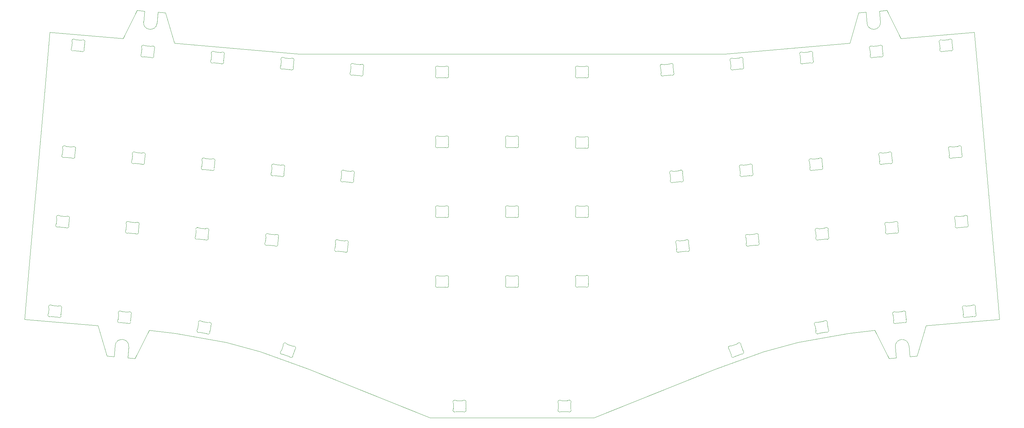
<source format=gbr>
%TF.GenerationSoftware,KiCad,Pcbnew,7.0.9*%
%TF.CreationDate,2024-01-06T21:29:47+01:00*%
%TF.ProjectId,rp2040_base,72703230-3430-45f6-9261-73652e6b6963,rev?*%
%TF.SameCoordinates,Original*%
%TF.FileFunction,Profile,NP*%
%FSLAX46Y46*%
G04 Gerber Fmt 4.6, Leading zero omitted, Abs format (unit mm)*
G04 Created by KiCad (PCBNEW 7.0.9) date 2024-01-06 21:29:47*
%MOMM*%
%LPD*%
G01*
G04 APERTURE LIST*
%TA.AperFunction,Profile*%
%ADD10C,0.100000*%
%TD*%
G04 APERTURE END LIST*
D10*
X49784084Y-38991122D02*
X50045552Y-36002538D01*
X45745827Y-127601353D02*
X45484360Y-130589937D01*
X72225639Y-126350513D02*
X81548793Y-128883022D01*
X241781670Y-123919438D02*
X248907992Y-123069232D01*
X282828421Y-120101579D02*
X281521085Y-105158658D01*
X53470005Y-39313598D02*
X53731472Y-36325014D01*
X142823000Y-146920569D02*
X157397000Y-146920569D01*
X208026443Y-47720569D02*
X242055371Y-44743424D01*
X277283137Y-56718691D02*
X281521085Y-105158658D01*
X246488528Y-36325014D02*
X244496139Y-36499325D01*
X24244199Y-41775771D02*
X22936863Y-56718691D01*
X37365283Y-121849051D02*
X32334499Y-121408915D01*
X250435916Y-38991122D02*
X250174448Y-36002538D01*
X50045552Y-36002538D02*
X48053162Y-35828226D01*
X58164629Y-44743424D02*
X92193557Y-47720569D01*
X241781670Y-123919438D02*
X227994361Y-126350513D01*
X244496139Y-36499325D02*
X242055371Y-44743424D01*
X218671207Y-128883022D02*
X205515510Y-133671304D01*
X252166838Y-35828226D02*
X256002097Y-43523243D01*
X51312008Y-123069232D02*
X58438330Y-123919438D01*
X49784094Y-38991123D02*
G75*
G03*
X53470004Y-39313598I1842956J-161227D01*
G01*
X44217903Y-43523243D02*
X39187120Y-43083107D01*
X19616229Y-94673709D02*
X18698915Y-105158658D01*
X252743251Y-130764249D02*
X248907992Y-123069232D01*
X246749995Y-39313598D02*
X246488528Y-36325014D01*
X142823000Y-146920569D02*
X127823000Y-146920569D01*
X252743251Y-130764249D02*
X254735640Y-130589937D01*
X47476749Y-130764249D02*
X51312008Y-123069232D01*
X17391579Y-120101579D02*
X18698915Y-105158658D01*
X20836410Y-80726983D02*
X19616229Y-94673709D01*
X261032880Y-43083107D02*
X275975801Y-41775771D01*
X22936863Y-56718691D02*
X20836410Y-80726983D01*
X45745834Y-127601354D02*
G75*
G03*
X42059907Y-127278877I-1842964J161234D01*
G01*
X150110000Y-47720569D02*
X143110000Y-47720569D01*
X41798439Y-130267461D02*
X39806050Y-130093150D01*
X205515510Y-133671304D02*
X172397000Y-146920569D01*
X258160093Y-127278877D02*
X258421561Y-130267461D01*
X258421561Y-130267461D02*
X260413950Y-130093150D01*
X267885501Y-121408915D02*
X282828421Y-120101579D01*
X48053162Y-35828226D02*
X44217903Y-43523243D01*
X150110000Y-47720569D02*
X157110000Y-47720569D01*
X275975801Y-41775771D02*
X277283137Y-56718691D01*
X41798439Y-130267461D02*
X42059907Y-127278877D01*
X246750077Y-39313591D02*
G75*
G03*
X250435916Y-38991122I1842923J161191D01*
G01*
X250174448Y-36002538D02*
X252166838Y-35828226D01*
X261032880Y-43083107D02*
X256002097Y-43523243D01*
X260413950Y-130093150D02*
X262854717Y-121849051D01*
X55723861Y-36499325D02*
X58164629Y-44743424D01*
X53731472Y-36325014D02*
X55723861Y-36499325D01*
X81548793Y-128883022D02*
X94704489Y-133671304D01*
X157110000Y-47720569D02*
X208026443Y-47720569D01*
X143110000Y-47720569D02*
X92193557Y-47720569D01*
X157397000Y-146920569D02*
X172397000Y-146920569D01*
X39806050Y-130093150D02*
X37365283Y-121849051D01*
X45484360Y-130589937D02*
X47476749Y-130764249D01*
X254474173Y-127601353D02*
X254735640Y-130589937D01*
X94704489Y-133671304D02*
X127823000Y-146920569D01*
X218671207Y-128883022D02*
X227994361Y-126350513D01*
X39187120Y-43083107D02*
X24244199Y-41775771D01*
X32334499Y-121408915D02*
X17391579Y-120101579D01*
X262854717Y-121849051D02*
X267885501Y-121408915D01*
X58438330Y-123919438D02*
X72225639Y-126350513D01*
X258160047Y-127278881D02*
G75*
G03*
X254474174Y-127601353I-1842947J-161119D01*
G01*
%TO.C,LED43*%
X236144129Y-95930562D02*
X236266643Y-97330897D01*
X235434018Y-98203945D02*
X233851161Y-98342427D01*
X233589694Y-95353844D02*
X235172552Y-95215362D01*
X232879583Y-97627226D02*
X232757069Y-96226891D01*
X236266642Y-97330897D02*
G75*
G03*
X236334841Y-97542637I498088J43575D01*
G01*
X235691270Y-98249998D02*
G75*
G03*
X236334841Y-97542636I213674J452043D01*
G01*
X236174525Y-95710196D02*
G75*
G03*
X236144130Y-95930561I467682J-176786D01*
G01*
X236174522Y-95710195D02*
G75*
G03*
X235417898Y-95125337I-467701J176787D01*
G01*
X235172552Y-95215361D02*
G75*
G03*
X235417897Y-95125336I-43581J498105D01*
G01*
X235691270Y-98249999D02*
G75*
G03*
X235434018Y-98203946I-213675J-452052D01*
G01*
X233332442Y-95307789D02*
G75*
G03*
X233589692Y-95353843I213675J452052D01*
G01*
X233851161Y-98342429D02*
G75*
G03*
X233605816Y-98432453I43580J-498106D01*
G01*
X232849193Y-97847594D02*
G75*
G03*
X233605814Y-98432449I467697J-176789D01*
G01*
X232849186Y-97847591D02*
G75*
G03*
X232879583Y-97627227I-468129J176851D01*
G01*
X233332442Y-95307790D02*
G75*
G03*
X232688870Y-96015151I-213674J-452043D01*
G01*
X232757081Y-96226890D02*
G75*
G03*
X232688870Y-96015151I-498596J-43765D01*
G01*
%TO.C,LED41*%
X228673447Y-49550872D02*
X228550933Y-48150537D01*
X229383558Y-47277489D02*
X230966415Y-47139007D01*
X231227882Y-50127590D02*
X229645024Y-50266072D01*
X231937993Y-47854208D02*
X232060507Y-49254543D01*
X228550934Y-48150537D02*
G75*
G03*
X228482735Y-47938797I-498088J-43575D01*
G01*
X229126306Y-47231436D02*
G75*
G03*
X228482735Y-47938798I-213674J-452043D01*
G01*
X228643051Y-49771238D02*
G75*
G03*
X228673446Y-49550873I-467682J176786D01*
G01*
X228643054Y-49771239D02*
G75*
G03*
X229399678Y-50356097I467701J-176787D01*
G01*
X229645024Y-50266073D02*
G75*
G03*
X229399679Y-50356098I43581J-498105D01*
G01*
X229126306Y-47231435D02*
G75*
G03*
X229383558Y-47277488I213675J452052D01*
G01*
X231485134Y-50173645D02*
G75*
G03*
X231227884Y-50127591I-213675J-452052D01*
G01*
X230966415Y-47139005D02*
G75*
G03*
X231211760Y-47048981I-43580J498106D01*
G01*
X231968383Y-47633840D02*
G75*
G03*
X231211762Y-47048985I-467697J176789D01*
G01*
X231968390Y-47633843D02*
G75*
G03*
X231937993Y-47854207I468129J-176851D01*
G01*
X231485134Y-50173644D02*
G75*
G03*
X232128706Y-49466283I213674J452043D01*
G01*
X232060495Y-49254544D02*
G75*
G03*
X232128706Y-49466283I498596J43765D01*
G01*
%TO.C,LED38*%
X215506303Y-78613370D02*
X215628817Y-80013705D01*
X214796192Y-80886753D02*
X213213335Y-81025235D01*
X212951868Y-78036652D02*
X214534726Y-77898170D01*
X212241757Y-80310034D02*
X212119243Y-78909699D01*
X215628816Y-80013705D02*
G75*
G03*
X215697015Y-80225445I498088J43575D01*
G01*
X215053444Y-80932806D02*
G75*
G03*
X215697015Y-80225444I213674J452043D01*
G01*
X215536699Y-78393004D02*
G75*
G03*
X215506304Y-78613369I467682J-176786D01*
G01*
X215536696Y-78393003D02*
G75*
G03*
X214780072Y-77808145I-467701J176787D01*
G01*
X214534726Y-77898169D02*
G75*
G03*
X214780071Y-77808144I-43581J498105D01*
G01*
X215053444Y-80932807D02*
G75*
G03*
X214796192Y-80886754I-213675J-452052D01*
G01*
X212694616Y-77990597D02*
G75*
G03*
X212951866Y-78036651I213675J452052D01*
G01*
X213213335Y-81025237D02*
G75*
G03*
X212967990Y-81115261I43580J-498106D01*
G01*
X212211367Y-80530402D02*
G75*
G03*
X212967988Y-81115257I467697J-176789D01*
G01*
X212211360Y-80530399D02*
G75*
G03*
X212241757Y-80310035I-468129J176851D01*
G01*
X212694616Y-77990598D02*
G75*
G03*
X212051044Y-78697959I-213674J-452043D01*
G01*
X212119255Y-78909698D02*
G75*
G03*
X212051044Y-78697959I-498596J-43765D01*
G01*
%TO.C,LED17*%
X68074639Y-121920219D02*
X67830544Y-123304548D01*
X66800329Y-123932349D02*
X65235564Y-123656439D01*
X65756509Y-120702016D02*
X67321275Y-120977927D01*
X64482200Y-122714145D02*
X64726294Y-121329816D01*
X67830544Y-123304548D02*
G75*
G03*
X67841617Y-123526724I492394J-86824D01*
G01*
X67036896Y-124043414D02*
G75*
G03*
X67841617Y-123526723I323391J381337D01*
G01*
X68161033Y-121715229D02*
G75*
G03*
X68074639Y-121920219I405991J-291807D01*
G01*
X68161032Y-121715229D02*
G75*
G03*
X67581560Y-120954469I-406010J291814D01*
G01*
X67321275Y-120977926D02*
G75*
G03*
X67581560Y-120954469I86823J492404D01*
G01*
X67036895Y-124043415D02*
G75*
G03*
X66800329Y-123932349I-323393J-381346D01*
G01*
X65519943Y-120590949D02*
G75*
G03*
X65756508Y-120702014I323394J381346D01*
G01*
X65235564Y-123656437D02*
G75*
G03*
X64975279Y-123679896I-86817J-492438D01*
G01*
X64395810Y-122919138D02*
G75*
G03*
X64975278Y-123679894I406005J-291814D01*
G01*
X64395806Y-122919135D02*
G75*
G03*
X64482199Y-122714146I-406342J291955D01*
G01*
X65519942Y-120590950D02*
G75*
G03*
X64715222Y-121107640I-323390J-381337D01*
G01*
X64726305Y-121329818D02*
G75*
G03*
X64715220Y-121107640I-492933J86772D01*
G01*
%TO.C,LED45*%
X247650956Y-47890555D02*
X247528442Y-46490220D01*
X248361067Y-45617172D02*
X249943924Y-45478690D01*
X250205391Y-48467273D02*
X248622533Y-48605755D01*
X250915502Y-46193891D02*
X251038016Y-47594226D01*
X247528443Y-46490220D02*
G75*
G03*
X247460244Y-46278480I-498088J-43575D01*
G01*
X248103815Y-45571119D02*
G75*
G03*
X247460244Y-46278481I-213674J-452043D01*
G01*
X247620560Y-48110921D02*
G75*
G03*
X247650955Y-47890556I-467682J176786D01*
G01*
X247620563Y-48110922D02*
G75*
G03*
X248377187Y-48695780I467701J-176787D01*
G01*
X248622533Y-48605756D02*
G75*
G03*
X248377188Y-48695781I43581J-498105D01*
G01*
X248103815Y-45571118D02*
G75*
G03*
X248361067Y-45617171I213675J452052D01*
G01*
X250462643Y-48513328D02*
G75*
G03*
X250205393Y-48467274I-213675J-452052D01*
G01*
X249943924Y-45478688D02*
G75*
G03*
X250189269Y-45388664I-43580J498106D01*
G01*
X250945892Y-45973523D02*
G75*
G03*
X250189271Y-45388668I-467697J176789D01*
G01*
X250945899Y-45973526D02*
G75*
G03*
X250915502Y-46193890I468129J-176851D01*
G01*
X250462643Y-48513327D02*
G75*
G03*
X251106215Y-47805966I213674J452043D01*
G01*
X251038004Y-47594227D02*
G75*
G03*
X251106215Y-47805966I498596J43765D01*
G01*
%TO.C,LED24*%
X129360001Y-72393412D02*
X129360001Y-70987728D01*
X130265548Y-70190570D02*
X131854452Y-70190570D01*
X131854452Y-73190569D02*
X130265547Y-73190569D01*
X132759999Y-70987728D02*
X132759999Y-72393412D01*
X129360000Y-70987728D02*
G75*
G03*
X129310515Y-70770850I-499989J2D01*
G01*
X130013289Y-70122271D02*
G75*
G03*
X129310517Y-70770851I-252259J-431700D01*
G01*
X129310516Y-72610290D02*
G75*
G03*
X129360001Y-72393413I-450505J216876D01*
G01*
X129310518Y-72610291D02*
G75*
G03*
X130013289Y-73258867I450513J-216877D01*
G01*
X130265547Y-73190569D02*
G75*
G03*
X130013289Y-73258868I3J-500009D01*
G01*
X130013289Y-70122271D02*
G75*
G03*
X130265548Y-70190570I252261J431710D01*
G01*
X132106711Y-73258869D02*
G75*
G03*
X131854453Y-73190570I-252261J-431710D01*
G01*
X131854452Y-70190569D02*
G75*
G03*
X132106710Y-70122271I-2J500010D01*
G01*
X132809480Y-70770848D02*
G75*
G03*
X132106711Y-70122273I-450510J216879D01*
G01*
X132809484Y-70770850D02*
G75*
G03*
X132759999Y-70987727I450866J-216959D01*
G01*
X132106711Y-73258869D02*
G75*
G03*
X132809484Y-72610290I252259J431700D01*
G01*
X132759987Y-72393412D02*
G75*
G03*
X132809484Y-72610290I500513J143D01*
G01*
%TO.C,LED4*%
X87137002Y-50914860D02*
X87259516Y-49514525D01*
X88231094Y-48799324D02*
X89813951Y-48937806D01*
X89552484Y-51926389D02*
X87969626Y-51787907D01*
X90646576Y-49810854D02*
X90524062Y-51211189D01*
X87259515Y-49514525D02*
G75*
G03*
X87229121Y-49294159I-498087J43579D01*
G01*
X87985747Y-48709299D02*
G75*
G03*
X87229122Y-49294160I-288924J-408071D01*
G01*
X87068803Y-51126600D02*
G75*
G03*
X87137002Y-50914861I-429880J255312D01*
G01*
X87068803Y-51126600D02*
G75*
G03*
X87712375Y-51833959I429899J-255316D01*
G01*
X87969626Y-51787907D02*
G75*
G03*
X87712375Y-51833961I-43576J-498106D01*
G01*
X87985748Y-48709298D02*
G75*
G03*
X88231094Y-48799323I288926J408080D01*
G01*
X89797830Y-52016416D02*
G75*
G03*
X89552485Y-51926391I-288926J-408080D01*
G01*
X89813951Y-48937805D02*
G75*
G03*
X90071202Y-48891753I43577J498107D01*
G01*
X90714770Y-49599112D02*
G75*
G03*
X90071203Y-48891756I-429893J255318D01*
G01*
X90714775Y-49599115D02*
G75*
G03*
X90646576Y-49810853I430241J-255428D01*
G01*
X89797831Y-52016415D02*
G75*
G03*
X90554457Y-51431555I288924J408071D01*
G01*
X90524050Y-51211188D02*
G75*
G03*
X90554457Y-51431555I498621J-43480D01*
G01*
%TO.C,LED52*%
X276236642Y-117041603D02*
X276359156Y-118441938D01*
X275526531Y-119314986D02*
X273943674Y-119453468D01*
X273682207Y-116464885D02*
X275265065Y-116326403D01*
X272972096Y-118738267D02*
X272849582Y-117337932D01*
X276359155Y-118441938D02*
G75*
G03*
X276427354Y-118653678I498088J43575D01*
G01*
X275783783Y-119361039D02*
G75*
G03*
X276427354Y-118653677I213674J452043D01*
G01*
X276267038Y-116821237D02*
G75*
G03*
X276236643Y-117041602I467682J-176786D01*
G01*
X276267035Y-116821236D02*
G75*
G03*
X275510411Y-116236378I-467701J176787D01*
G01*
X275265065Y-116326402D02*
G75*
G03*
X275510410Y-116236377I-43581J498105D01*
G01*
X275783783Y-119361040D02*
G75*
G03*
X275526531Y-119314987I-213675J-452052D01*
G01*
X273424955Y-116418830D02*
G75*
G03*
X273682205Y-116464884I213675J452052D01*
G01*
X273943674Y-119453470D02*
G75*
G03*
X273698329Y-119543494I43580J-498106D01*
G01*
X272941706Y-118958635D02*
G75*
G03*
X273698327Y-119543490I467697J-176789D01*
G01*
X272941699Y-118958632D02*
G75*
G03*
X272972096Y-118738268I-468129J176851D01*
G01*
X273424955Y-116418831D02*
G75*
G03*
X272781383Y-117126192I-213674J-452043D01*
G01*
X272849594Y-117337931D02*
G75*
G03*
X272781383Y-117126192I-498596J-43765D01*
G01*
%TO.C,LED8*%
X69123248Y-77249382D02*
X69000734Y-78649717D01*
X68029156Y-79364918D02*
X66446299Y-79226436D01*
X66707766Y-76237853D02*
X68290624Y-76376335D01*
X65613674Y-78353388D02*
X65736188Y-76953053D01*
X69000735Y-78649717D02*
G75*
G03*
X69031129Y-78870083I498087J-43579D01*
G01*
X68274503Y-79454943D02*
G75*
G03*
X69031128Y-78870082I288924J408071D01*
G01*
X69191447Y-77037642D02*
G75*
G03*
X69123248Y-77249381I429880J-255312D01*
G01*
X69191447Y-77037642D02*
G75*
G03*
X68547875Y-76330283I-429899J255316D01*
G01*
X68290624Y-76376335D02*
G75*
G03*
X68547875Y-76330281I43576J498106D01*
G01*
X68274502Y-79454944D02*
G75*
G03*
X68029156Y-79364919I-288926J-408080D01*
G01*
X66462420Y-76147826D02*
G75*
G03*
X66707765Y-76237851I288926J408080D01*
G01*
X66446299Y-79226437D02*
G75*
G03*
X66189048Y-79272489I-43577J-498107D01*
G01*
X65545480Y-78565130D02*
G75*
G03*
X66189047Y-79272486I429893J-255318D01*
G01*
X65545475Y-78565127D02*
G75*
G03*
X65613674Y-78353389I-430241J255428D01*
G01*
X66462419Y-76147827D02*
G75*
G03*
X65705793Y-76732687I-288924J-408071D01*
G01*
X65736200Y-76953054D02*
G75*
G03*
X65705793Y-76732687I-498621J43480D01*
G01*
%TO.C,LED12*%
X48485422Y-94566574D02*
X48362908Y-95966909D01*
X47391330Y-96682110D02*
X45808473Y-96543628D01*
X46069940Y-93555045D02*
X47652798Y-93693527D01*
X44975848Y-95670580D02*
X45098362Y-94270245D01*
X48362909Y-95966909D02*
G75*
G03*
X48393303Y-96187275I498087J-43579D01*
G01*
X47636677Y-96772135D02*
G75*
G03*
X48393302Y-96187274I288924J408071D01*
G01*
X48553621Y-94354834D02*
G75*
G03*
X48485422Y-94566573I429880J-255312D01*
G01*
X48553621Y-94354834D02*
G75*
G03*
X47910049Y-93647475I-429899J255316D01*
G01*
X47652798Y-93693527D02*
G75*
G03*
X47910049Y-93647473I43576J498106D01*
G01*
X47636676Y-96772136D02*
G75*
G03*
X47391330Y-96682111I-288926J-408080D01*
G01*
X45824594Y-93465018D02*
G75*
G03*
X46069939Y-93555043I288926J408080D01*
G01*
X45808473Y-96543629D02*
G75*
G03*
X45551222Y-96589681I-43577J-498107D01*
G01*
X44907654Y-95882322D02*
G75*
G03*
X45551221Y-96589678I429893J-255318D01*
G01*
X44907649Y-95882319D02*
G75*
G03*
X44975848Y-95670581I-430241J255428D01*
G01*
X45824593Y-93465019D02*
G75*
G03*
X45067967Y-94049879I-288924J-408071D01*
G01*
X45098374Y-94270246D02*
G75*
G03*
X45067967Y-94049879I-498621J43480D01*
G01*
%TO.C,LED44*%
X235933088Y-121271971D02*
X236177182Y-122656300D01*
X235423818Y-123598594D02*
X233859053Y-123874504D01*
X233338108Y-120920082D02*
X234902874Y-120644171D01*
X232828838Y-123246703D02*
X232584743Y-121862374D01*
X236177183Y-122656300D02*
G75*
G03*
X236263576Y-122861290I492394J86821D01*
G01*
X235684104Y-123622050D02*
G75*
G03*
X236263575Y-122861290I173463J468945D01*
G01*
X235944161Y-121049795D02*
G75*
G03*
X235933088Y-121271970I481311J-135351D01*
G01*
X235944158Y-121049794D02*
G75*
G03*
X235139440Y-120533106I-481329J135351D01*
G01*
X234902874Y-120644171D02*
G75*
G03*
X235139440Y-120533106I-86828J492412D01*
G01*
X235684104Y-123622052D02*
G75*
G03*
X235423818Y-123598595I-173463J-468962D01*
G01*
X233077821Y-120896623D02*
G75*
G03*
X233338107Y-120920080I173463J468956D01*
G01*
X233859053Y-123874505D02*
G75*
G03*
X233622487Y-123985570I86828J-492413D01*
G01*
X232817769Y-123468880D02*
G75*
G03*
X233622486Y-123985567I481327J-135354D01*
G01*
X232817765Y-123468879D02*
G75*
G03*
X232828838Y-123246704I-481691J135371D01*
G01*
X233077821Y-120896623D02*
G75*
G03*
X232498350Y-121657384I-173462J-468946D01*
G01*
X232584755Y-121862372D02*
G75*
G03*
X232498350Y-121657384I-492884J-87054D01*
G01*
%TO.C,LED40*%
X212476131Y-127233328D02*
X212956903Y-128554239D01*
X212378612Y-129613037D02*
X210885530Y-130156475D01*
X209859470Y-127337398D02*
X211352552Y-126793960D01*
X209761950Y-129717106D02*
X209281178Y-128396196D01*
X212956904Y-128554239D02*
G75*
G03*
X213077581Y-128741112I469837J171005D01*
G01*
X212639017Y-129590939D02*
G75*
G03*
X213077579Y-128741112I89396J491942D01*
G01*
X212448456Y-127012604D02*
G75*
G03*
X212476132Y-127233327I497502J-49716D01*
G01*
X212448455Y-127012604D02*
G75*
G03*
X211566238Y-126643503I-497522J49712D01*
G01*
X211352552Y-126793961D02*
G75*
G03*
X211566238Y-126643503I-171016J469855D01*
G01*
X212639017Y-129590940D02*
G75*
G03*
X212378612Y-129613037I-89394J-491960D01*
G01*
X209599064Y-127359494D02*
G75*
G03*
X209859469Y-127337397I89394J491953D01*
G01*
X210885530Y-130156476D02*
G75*
G03*
X210671845Y-130306932I171016J-469855D01*
G01*
X209789633Y-129937831D02*
G75*
G03*
X210671842Y-130306929I497516J-49716D01*
G01*
X209789626Y-129937830D02*
G75*
G03*
X209761950Y-129717107I-497880J49670D01*
G01*
X209599064Y-127359495D02*
G75*
G03*
X209160501Y-128209322I-89396J-491942D01*
G01*
X209281189Y-128396192D02*
G75*
G03*
X209160500Y-128209323I-470279J-171319D01*
G01*
%TO.C,LED48*%
X257259133Y-118701920D02*
X257381647Y-120102255D01*
X256549022Y-120975303D02*
X254966165Y-121113785D01*
X254704698Y-118125202D02*
X256287556Y-117986720D01*
X253994587Y-120398584D02*
X253872073Y-118998249D01*
X257381646Y-120102255D02*
G75*
G03*
X257449845Y-120313995I498088J43575D01*
G01*
X256806274Y-121021356D02*
G75*
G03*
X257449845Y-120313994I213674J452043D01*
G01*
X257289529Y-118481554D02*
G75*
G03*
X257259134Y-118701919I467682J-176786D01*
G01*
X257289526Y-118481553D02*
G75*
G03*
X256532902Y-117896695I-467701J176787D01*
G01*
X256287556Y-117986719D02*
G75*
G03*
X256532901Y-117896694I-43581J498105D01*
G01*
X256806274Y-121021357D02*
G75*
G03*
X256549022Y-120975304I-213675J-452052D01*
G01*
X254447446Y-118079147D02*
G75*
G03*
X254704696Y-118125201I213675J452052D01*
G01*
X254966165Y-121113787D02*
G75*
G03*
X254720820Y-121203811I43580J-498106D01*
G01*
X253964197Y-120618952D02*
G75*
G03*
X254720818Y-121203807I467697J-176789D01*
G01*
X253964190Y-120618949D02*
G75*
G03*
X253994587Y-120398585I-468129J176851D01*
G01*
X254447446Y-118079148D02*
G75*
G03*
X253803874Y-118786509I-213674J-452043D01*
G01*
X253872085Y-118998248D02*
G75*
G03*
X253803874Y-118786509I-498596J-43765D01*
G01*
%TO.C,LED7*%
X50145739Y-75589065D02*
X50023225Y-76989400D01*
X49051647Y-77704601D02*
X47468790Y-77566119D01*
X47730257Y-74577536D02*
X49313115Y-74716018D01*
X46636165Y-76693071D02*
X46758679Y-75292736D01*
X50023226Y-76989400D02*
G75*
G03*
X50053620Y-77209766I498087J-43579D01*
G01*
X49296994Y-77794626D02*
G75*
G03*
X50053619Y-77209765I288924J408071D01*
G01*
X50213938Y-75377325D02*
G75*
G03*
X50145739Y-75589064I429880J-255312D01*
G01*
X50213938Y-75377325D02*
G75*
G03*
X49570366Y-74669966I-429899J255316D01*
G01*
X49313115Y-74716018D02*
G75*
G03*
X49570366Y-74669964I43576J498106D01*
G01*
X49296993Y-77794627D02*
G75*
G03*
X49051647Y-77704602I-288926J-408080D01*
G01*
X47484911Y-74487509D02*
G75*
G03*
X47730256Y-74577534I288926J408080D01*
G01*
X47468790Y-77566120D02*
G75*
G03*
X47211539Y-77612172I-43577J-498107D01*
G01*
X46567971Y-76904813D02*
G75*
G03*
X47211538Y-77612169I429893J-255318D01*
G01*
X46567966Y-76904810D02*
G75*
G03*
X46636165Y-76693072I-430241J255428D01*
G01*
X47484910Y-74487510D02*
G75*
G03*
X46728284Y-75072370I-288924J-408071D01*
G01*
X46758691Y-75292737D02*
G75*
G03*
X46728284Y-75072370I-498621J43480D01*
G01*
%TO.C,LED14*%
X86440440Y-97887208D02*
X86317926Y-99287543D01*
X85346348Y-100002744D02*
X83763491Y-99864262D01*
X84024958Y-96875679D02*
X85607816Y-97014161D01*
X82930866Y-98991214D02*
X83053380Y-97590879D01*
X86317927Y-99287543D02*
G75*
G03*
X86348321Y-99507909I498087J-43579D01*
G01*
X85591695Y-100092769D02*
G75*
G03*
X86348320Y-99507908I288924J408071D01*
G01*
X86508639Y-97675468D02*
G75*
G03*
X86440440Y-97887207I429880J-255312D01*
G01*
X86508639Y-97675468D02*
G75*
G03*
X85865067Y-96968109I-429899J255316D01*
G01*
X85607816Y-97014161D02*
G75*
G03*
X85865067Y-96968107I43576J498106D01*
G01*
X85591694Y-100092770D02*
G75*
G03*
X85346348Y-100002745I-288926J-408080D01*
G01*
X83779612Y-96785652D02*
G75*
G03*
X84024957Y-96875677I288926J408080D01*
G01*
X83763491Y-99864263D02*
G75*
G03*
X83506240Y-99910315I-43577J-498107D01*
G01*
X82862672Y-99202956D02*
G75*
G03*
X83506239Y-99910312I429893J-255318D01*
G01*
X82862667Y-99202953D02*
G75*
G03*
X82930866Y-98991215I-430241J255428D01*
G01*
X83779611Y-96785653D02*
G75*
G03*
X83022985Y-97370513I-288924J-408071D01*
G01*
X83053392Y-97590880D02*
G75*
G03*
X83022985Y-97370513I-498621J43480D01*
G01*
%TO.C,LED1*%
X30204475Y-45933909D02*
X30326989Y-44533574D01*
X31298567Y-43818373D02*
X32881424Y-43956855D01*
X32619957Y-46945438D02*
X31037099Y-46806956D01*
X33714049Y-44829903D02*
X33591535Y-46230238D01*
X30326988Y-44533574D02*
G75*
G03*
X30296594Y-44313208I-498087J43579D01*
G01*
X31053220Y-43728348D02*
G75*
G03*
X30296595Y-44313209I-288924J-408071D01*
G01*
X30136276Y-46145649D02*
G75*
G03*
X30204474Y-45933910I-429888J255315D01*
G01*
X30136276Y-46145649D02*
G75*
G03*
X30779848Y-46853008I429899J-255316D01*
G01*
X31037099Y-46806956D02*
G75*
G03*
X30779848Y-46853010I-43576J-498106D01*
G01*
X31053221Y-43728347D02*
G75*
G03*
X31298567Y-43818372I288926J408080D01*
G01*
X32865303Y-47035465D02*
G75*
G03*
X32619958Y-46945440I-288926J-408080D01*
G01*
X32881424Y-43956854D02*
G75*
G03*
X33138675Y-43910802I43577J498107D01*
G01*
X33782243Y-44618161D02*
G75*
G03*
X33138676Y-43910805I-429893J255318D01*
G01*
X33782247Y-44618163D02*
G75*
G03*
X33714049Y-44829902I430252J-255430D01*
G01*
X32865304Y-47035464D02*
G75*
G03*
X33621930Y-46450604I288924J408071D01*
G01*
X33591561Y-46230240D02*
G75*
G03*
X33621930Y-46450604I498068J-43633D01*
G01*
%TO.C,LED32*%
X167460001Y-110424422D02*
X167460001Y-109018738D01*
X168365548Y-108221580D02*
X169954452Y-108221580D01*
X169954452Y-111221579D02*
X168365547Y-111221579D01*
X170859999Y-109018738D02*
X170859999Y-110424422D01*
X167460000Y-109018738D02*
G75*
G03*
X167410515Y-108801860I-499989J2D01*
G01*
X168113289Y-108153281D02*
G75*
G03*
X167410517Y-108801861I-252259J-431700D01*
G01*
X167410516Y-110641300D02*
G75*
G03*
X167460001Y-110424423I-450505J216876D01*
G01*
X167410518Y-110641301D02*
G75*
G03*
X168113289Y-111289877I450513J-216877D01*
G01*
X168365547Y-111221579D02*
G75*
G03*
X168113289Y-111289878I3J-500009D01*
G01*
X168113289Y-108153281D02*
G75*
G03*
X168365548Y-108221580I252261J431710D01*
G01*
X170206711Y-111289879D02*
G75*
G03*
X169954453Y-111221580I-252261J-431710D01*
G01*
X169954452Y-108221579D02*
G75*
G03*
X170206710Y-108153281I-2J500010D01*
G01*
X170909480Y-108801858D02*
G75*
G03*
X170206711Y-108153283I-450510J216879D01*
G01*
X170909484Y-108801860D02*
G75*
G03*
X170859999Y-109018737I450866J-216959D01*
G01*
X170206711Y-111289879D02*
G75*
G03*
X170909484Y-110641300I252259J431700D01*
G01*
X170859987Y-110424422D02*
G75*
G03*
X170909484Y-110641300I500513J143D01*
G01*
%TO.C,LED26*%
X167460001Y-72564422D02*
X167460001Y-71158738D01*
X168365548Y-70361580D02*
X169954452Y-70361580D01*
X169954452Y-73361579D02*
X168365547Y-73361579D01*
X170859999Y-71158738D02*
X170859999Y-72564422D01*
X167460000Y-71158738D02*
G75*
G03*
X167410515Y-70941860I-499989J2D01*
G01*
X168113289Y-70293281D02*
G75*
G03*
X167410517Y-70941861I-252259J-431700D01*
G01*
X167410516Y-72781300D02*
G75*
G03*
X167460001Y-72564423I-450505J216876D01*
G01*
X167410518Y-72781301D02*
G75*
G03*
X168113289Y-73429877I450513J-216877D01*
G01*
X168365547Y-73361579D02*
G75*
G03*
X168113289Y-73429878I3J-500009D01*
G01*
X168113289Y-70293281D02*
G75*
G03*
X168365548Y-70361580I252261J431710D01*
G01*
X170206711Y-73429879D02*
G75*
G03*
X169954453Y-73361580I-252261J-431710D01*
G01*
X169954452Y-70361579D02*
G75*
G03*
X170206710Y-70293281I-2J500010D01*
G01*
X170909480Y-70941858D02*
G75*
G03*
X170206711Y-70293283I-450510J216879D01*
G01*
X170909484Y-70941860D02*
G75*
G03*
X170859999Y-71158737I450866J-216959D01*
G01*
X170206711Y-73429879D02*
G75*
G03*
X170909484Y-72781300I252259J431700D01*
G01*
X170859987Y-72564422D02*
G75*
G03*
X170909484Y-72781300I500513J143D01*
G01*
%TO.C,LED23*%
X167460001Y-53343412D02*
X167460001Y-51937728D01*
X168365548Y-51140570D02*
X169954452Y-51140570D01*
X169954452Y-54140569D02*
X168365547Y-54140569D01*
X170859999Y-51937728D02*
X170859999Y-53343412D01*
X167460000Y-51937728D02*
G75*
G03*
X167410515Y-51720850I-499989J2D01*
G01*
X168113289Y-51072271D02*
G75*
G03*
X167410517Y-51720851I-252259J-431700D01*
G01*
X167410516Y-53560290D02*
G75*
G03*
X167460001Y-53343413I-450505J216876D01*
G01*
X167410518Y-53560291D02*
G75*
G03*
X168113289Y-54208867I450513J-216877D01*
G01*
X168365547Y-54140569D02*
G75*
G03*
X168113289Y-54208868I3J-500009D01*
G01*
X168113289Y-51072271D02*
G75*
G03*
X168365548Y-51140570I252261J431710D01*
G01*
X170206711Y-54208869D02*
G75*
G03*
X169954453Y-54140570I-252261J-431710D01*
G01*
X169954452Y-51140569D02*
G75*
G03*
X170206710Y-51072271I-2J500010D01*
G01*
X170909480Y-51720848D02*
G75*
G03*
X170206711Y-51072273I-450510J216879D01*
G01*
X170909484Y-51720850D02*
G75*
G03*
X170859999Y-51937727I450866J-216959D01*
G01*
X170206711Y-54208869D02*
G75*
G03*
X170909484Y-53560290I252259J431700D01*
G01*
X170859987Y-53343412D02*
G75*
G03*
X170909484Y-53560290I500513J143D01*
G01*
%TO.C,LED13*%
X67462931Y-96226891D02*
X67340417Y-97627226D01*
X66368839Y-98342427D02*
X64785982Y-98203945D01*
X65047449Y-95215362D02*
X66630307Y-95353844D01*
X63953357Y-97330897D02*
X64075871Y-95930562D01*
X67340418Y-97627226D02*
G75*
G03*
X67370812Y-97847592I498087J-43579D01*
G01*
X66614186Y-98432452D02*
G75*
G03*
X67370811Y-97847591I288924J408071D01*
G01*
X67531130Y-96015151D02*
G75*
G03*
X67462931Y-96226890I429880J-255312D01*
G01*
X67531130Y-96015151D02*
G75*
G03*
X66887558Y-95307792I-429899J255316D01*
G01*
X66630307Y-95353844D02*
G75*
G03*
X66887558Y-95307790I43576J498106D01*
G01*
X66614185Y-98432453D02*
G75*
G03*
X66368839Y-98342428I-288926J-408080D01*
G01*
X64802103Y-95125335D02*
G75*
G03*
X65047448Y-95215360I288926J408080D01*
G01*
X64785982Y-98203946D02*
G75*
G03*
X64528731Y-98249998I-43577J-498107D01*
G01*
X63885163Y-97542639D02*
G75*
G03*
X64528730Y-98249995I429893J-255318D01*
G01*
X63885158Y-97542636D02*
G75*
G03*
X63953357Y-97330898I-430241J255428D01*
G01*
X64802102Y-95125336D02*
G75*
G03*
X64045476Y-95710196I-288924J-408071D01*
G01*
X64075883Y-95930563D02*
G75*
G03*
X64045476Y-95710196I-498621J43480D01*
G01*
%TO.C,LED21*%
X129360001Y-53343412D02*
X129360001Y-51937728D01*
X130265548Y-51140570D02*
X131854452Y-51140570D01*
X131854452Y-54140569D02*
X130265547Y-54140569D01*
X132759999Y-51937728D02*
X132759999Y-53343412D01*
X129360000Y-51937728D02*
G75*
G03*
X129310515Y-51720850I-499989J2D01*
G01*
X130013289Y-51072271D02*
G75*
G03*
X129310517Y-51720851I-252259J-431700D01*
G01*
X129310516Y-53560290D02*
G75*
G03*
X129360001Y-53343413I-450505J216876D01*
G01*
X129310518Y-53560291D02*
G75*
G03*
X130013289Y-54208867I450513J-216877D01*
G01*
X130265547Y-54140569D02*
G75*
G03*
X130013289Y-54208868I3J-500009D01*
G01*
X130013289Y-51072271D02*
G75*
G03*
X130265548Y-51140570I252261J431710D01*
G01*
X132106711Y-54208869D02*
G75*
G03*
X131854453Y-54140570I-252261J-431710D01*
G01*
X131854452Y-51140569D02*
G75*
G03*
X132106710Y-51072271I-2J500010D01*
G01*
X132809480Y-51720848D02*
G75*
G03*
X132106711Y-51072273I-450510J216879D01*
G01*
X132809484Y-51720850D02*
G75*
G03*
X132759999Y-51937727I450866J-216959D01*
G01*
X132106711Y-54208869D02*
G75*
G03*
X132809484Y-53560290I252259J431700D01*
G01*
X132759987Y-53343412D02*
G75*
G03*
X132809484Y-53560290I500513J143D01*
G01*
%TO.C,LED37*%
X209695938Y-51211189D02*
X209573424Y-49810854D01*
X210406049Y-48937806D02*
X211988906Y-48799324D01*
X212250373Y-51787907D02*
X210667515Y-51926389D01*
X212960484Y-49514525D02*
X213082998Y-50914860D01*
X209573425Y-49810854D02*
G75*
G03*
X209505226Y-49599114I-498088J-43575D01*
G01*
X210148797Y-48891753D02*
G75*
G03*
X209505226Y-49599115I-213674J-452043D01*
G01*
X209665542Y-51431555D02*
G75*
G03*
X209695937Y-51211190I-467682J176786D01*
G01*
X209665545Y-51431556D02*
G75*
G03*
X210422169Y-52016414I467701J-176787D01*
G01*
X210667515Y-51926390D02*
G75*
G03*
X210422170Y-52016415I43581J-498105D01*
G01*
X210148797Y-48891752D02*
G75*
G03*
X210406049Y-48937805I213675J452052D01*
G01*
X212507625Y-51833962D02*
G75*
G03*
X212250375Y-51787908I-213675J-452052D01*
G01*
X211988906Y-48799322D02*
G75*
G03*
X212234251Y-48709298I-43580J498106D01*
G01*
X212990874Y-49294157D02*
G75*
G03*
X212234253Y-48709302I-467697J176789D01*
G01*
X212990881Y-49294160D02*
G75*
G03*
X212960484Y-49514524I468129J-176851D01*
G01*
X212507625Y-51833961D02*
G75*
G03*
X213151197Y-51126600I213674J452043D01*
G01*
X213082986Y-50914861D02*
G75*
G03*
X213151197Y-51126600I498596J43765D01*
G01*
%TO.C,LED46*%
X253461321Y-75292736D02*
X253583835Y-76693071D01*
X252751210Y-77566119D02*
X251168353Y-77704601D01*
X250906886Y-74716018D02*
X252489744Y-74577536D01*
X250196775Y-76989400D02*
X250074261Y-75589065D01*
X253583834Y-76693071D02*
G75*
G03*
X253652033Y-76904811I498088J43575D01*
G01*
X253008462Y-77612172D02*
G75*
G03*
X253652033Y-76904810I213674J452043D01*
G01*
X253491717Y-75072370D02*
G75*
G03*
X253461322Y-75292735I467682J-176786D01*
G01*
X253491714Y-75072369D02*
G75*
G03*
X252735090Y-74487511I-467701J176787D01*
G01*
X252489744Y-74577535D02*
G75*
G03*
X252735089Y-74487510I-43581J498105D01*
G01*
X253008462Y-77612173D02*
G75*
G03*
X252751210Y-77566120I-213675J-452052D01*
G01*
X250649634Y-74669963D02*
G75*
G03*
X250906884Y-74716017I213675J452052D01*
G01*
X251168353Y-77704603D02*
G75*
G03*
X250923008Y-77794627I43580J-498106D01*
G01*
X250166385Y-77209768D02*
G75*
G03*
X250923006Y-77794623I467697J-176789D01*
G01*
X250166378Y-77209765D02*
G75*
G03*
X250196775Y-76989401I-468129J176851D01*
G01*
X250649634Y-74669964D02*
G75*
G03*
X250006062Y-75377325I-213674J-452043D01*
G01*
X250074273Y-75589064D02*
G75*
G03*
X250006062Y-75377325I-498596J-43765D01*
G01*
%TO.C,LED29*%
X167460001Y-91443412D02*
X167460001Y-90037728D01*
X168365548Y-89240570D02*
X169954452Y-89240570D01*
X169954452Y-92240569D02*
X168365547Y-92240569D01*
X170859999Y-90037728D02*
X170859999Y-91443412D01*
X167460000Y-90037728D02*
G75*
G03*
X167410515Y-89820850I-499989J2D01*
G01*
X168113289Y-89172271D02*
G75*
G03*
X167410517Y-89820851I-252259J-431700D01*
G01*
X167410516Y-91660290D02*
G75*
G03*
X167460001Y-91443413I-450505J216876D01*
G01*
X167410518Y-91660291D02*
G75*
G03*
X168113289Y-92308867I450513J-216877D01*
G01*
X168365547Y-92240569D02*
G75*
G03*
X168113289Y-92308868I3J-500009D01*
G01*
X168113289Y-89172271D02*
G75*
G03*
X168365548Y-89240570I252261J431710D01*
G01*
X170206711Y-92308869D02*
G75*
G03*
X169954453Y-92240570I-252261J-431710D01*
G01*
X169954452Y-89240569D02*
G75*
G03*
X170206710Y-89172271I-2J500010D01*
G01*
X170909480Y-89820848D02*
G75*
G03*
X170206711Y-89172273I-450510J216879D01*
G01*
X170909484Y-89820850D02*
G75*
G03*
X170859999Y-90037727I450866J-216959D01*
G01*
X170206711Y-92308869D02*
G75*
G03*
X170909484Y-91660290I252259J431700D01*
G01*
X170859987Y-91443412D02*
G75*
G03*
X170909484Y-91660290I500513J143D01*
G01*
%TO.C,LED34*%
X196528794Y-80273687D02*
X196651308Y-81674022D01*
X195818683Y-82547070D02*
X194235826Y-82685552D01*
X193974359Y-79696969D02*
X195557217Y-79558487D01*
X193264248Y-81970351D02*
X193141734Y-80570016D01*
X196651307Y-81674022D02*
G75*
G03*
X196719506Y-81885762I498088J43575D01*
G01*
X196075935Y-82593123D02*
G75*
G03*
X196719506Y-81885761I213674J452043D01*
G01*
X196559190Y-80053321D02*
G75*
G03*
X196528795Y-80273686I467682J-176786D01*
G01*
X196559187Y-80053320D02*
G75*
G03*
X195802563Y-79468462I-467701J176787D01*
G01*
X195557217Y-79558486D02*
G75*
G03*
X195802562Y-79468461I-43581J498105D01*
G01*
X196075935Y-82593124D02*
G75*
G03*
X195818683Y-82547071I-213675J-452052D01*
G01*
X193717107Y-79650914D02*
G75*
G03*
X193974357Y-79696968I213675J452052D01*
G01*
X194235826Y-82685554D02*
G75*
G03*
X193990481Y-82775578I43580J-498106D01*
G01*
X193233858Y-82190719D02*
G75*
G03*
X193990479Y-82775574I467697J-176789D01*
G01*
X193233851Y-82190716D02*
G75*
G03*
X193264248Y-81970352I-468129J176851D01*
G01*
X193717107Y-79650915D02*
G75*
G03*
X193073535Y-80358276I-213674J-452043D01*
G01*
X193141746Y-80570015D02*
G75*
G03*
X193073535Y-80358276I-498596J-43765D01*
G01*
%TO.C,LED49*%
X266628465Y-46230238D02*
X266505951Y-44829903D01*
X267338576Y-43956855D02*
X268921433Y-43818373D01*
X269182900Y-46806956D02*
X267600042Y-46945438D01*
X269893011Y-44533574D02*
X270015525Y-45933909D01*
X266505952Y-44829903D02*
G75*
G03*
X266437753Y-44618163I-498088J-43575D01*
G01*
X267081324Y-43910802D02*
G75*
G03*
X266437753Y-44618164I-213674J-452043D01*
G01*
X266598069Y-46450604D02*
G75*
G03*
X266628464Y-46230239I-467682J176786D01*
G01*
X266598072Y-46450605D02*
G75*
G03*
X267354696Y-47035463I467701J-176787D01*
G01*
X267600042Y-46945439D02*
G75*
G03*
X267354697Y-47035464I43581J-498105D01*
G01*
X267081324Y-43910801D02*
G75*
G03*
X267338576Y-43956854I213675J452052D01*
G01*
X269440152Y-46853011D02*
G75*
G03*
X269182902Y-46806957I-213675J-452052D01*
G01*
X268921433Y-43818371D02*
G75*
G03*
X269166778Y-43728347I-43580J498106D01*
G01*
X269923401Y-44313206D02*
G75*
G03*
X269166780Y-43728351I-467697J176789D01*
G01*
X269923408Y-44313209D02*
G75*
G03*
X269893011Y-44533573I468129J-176851D01*
G01*
X269440152Y-46853010D02*
G75*
G03*
X270083724Y-46145649I213674J452043D01*
G01*
X270015513Y-45933910D02*
G75*
G03*
X270083724Y-46145649I498596J43765D01*
G01*
%TO.C,LED25*%
X148410001Y-72393412D02*
X148410001Y-70987728D01*
X149315548Y-70190570D02*
X150904452Y-70190570D01*
X150904452Y-73190569D02*
X149315547Y-73190569D01*
X151809999Y-70987728D02*
X151809999Y-72393412D01*
X148410000Y-70987728D02*
G75*
G03*
X148360515Y-70770850I-499989J2D01*
G01*
X149063289Y-70122271D02*
G75*
G03*
X148360517Y-70770851I-252259J-431700D01*
G01*
X148360516Y-72610290D02*
G75*
G03*
X148410001Y-72393413I-450505J216876D01*
G01*
X148360518Y-72610291D02*
G75*
G03*
X149063289Y-73258867I450513J-216877D01*
G01*
X149315547Y-73190569D02*
G75*
G03*
X149063289Y-73258868I3J-500009D01*
G01*
X149063289Y-70122271D02*
G75*
G03*
X149315548Y-70190570I252261J431710D01*
G01*
X151156711Y-73258869D02*
G75*
G03*
X150904453Y-73190570I-252261J-431710D01*
G01*
X150904452Y-70190569D02*
G75*
G03*
X151156710Y-70122271I-2J500010D01*
G01*
X151859480Y-70770848D02*
G75*
G03*
X151156711Y-70122273I-450510J216879D01*
G01*
X151859484Y-70770850D02*
G75*
G03*
X151809999Y-70987727I450866J-216959D01*
G01*
X151156711Y-73258869D02*
G75*
G03*
X151859484Y-72610290I252259J431700D01*
G01*
X151809987Y-72393412D02*
G75*
G03*
X151859484Y-72610290I500513J143D01*
G01*
%TO.C,LED39*%
X217166620Y-97590879D02*
X217289134Y-98991214D01*
X216456509Y-99864262D02*
X214873652Y-100002744D01*
X214612185Y-97014161D02*
X216195043Y-96875679D01*
X213902074Y-99287543D02*
X213779560Y-97887208D01*
X217289133Y-98991214D02*
G75*
G03*
X217357332Y-99202954I498088J43575D01*
G01*
X216713761Y-99910315D02*
G75*
G03*
X217357332Y-99202953I213674J452043D01*
G01*
X217197016Y-97370513D02*
G75*
G03*
X217166621Y-97590878I467682J-176786D01*
G01*
X217197013Y-97370512D02*
G75*
G03*
X216440389Y-96785654I-467701J176787D01*
G01*
X216195043Y-96875678D02*
G75*
G03*
X216440388Y-96785653I-43581J498105D01*
G01*
X216713761Y-99910316D02*
G75*
G03*
X216456509Y-99864263I-213675J-452052D01*
G01*
X214354933Y-96968106D02*
G75*
G03*
X214612183Y-97014160I213675J452052D01*
G01*
X214873652Y-100002746D02*
G75*
G03*
X214628307Y-100092770I43580J-498106D01*
G01*
X213871684Y-99507911D02*
G75*
G03*
X214628305Y-100092766I467697J-176789D01*
G01*
X213871677Y-99507908D02*
G75*
G03*
X213902074Y-99287544I-468129J176851D01*
G01*
X214354933Y-96968107D02*
G75*
G03*
X213711361Y-97675468I-213674J-452043D01*
G01*
X213779572Y-97887207D02*
G75*
G03*
X213711361Y-97675468I-498596J-43765D01*
G01*
%TO.C,LED47*%
X255121638Y-94270245D02*
X255244152Y-95670580D01*
X254411527Y-96543628D02*
X252828670Y-96682110D01*
X252567203Y-93693527D02*
X254150061Y-93555045D01*
X251857092Y-95966909D02*
X251734578Y-94566574D01*
X255244151Y-95670580D02*
G75*
G03*
X255312350Y-95882320I498088J43575D01*
G01*
X254668779Y-96589681D02*
G75*
G03*
X255312350Y-95882319I213674J452043D01*
G01*
X255152034Y-94049879D02*
G75*
G03*
X255121639Y-94270244I467682J-176786D01*
G01*
X255152031Y-94049878D02*
G75*
G03*
X254395407Y-93465020I-467701J176787D01*
G01*
X254150061Y-93555044D02*
G75*
G03*
X254395406Y-93465019I-43581J498105D01*
G01*
X254668779Y-96589682D02*
G75*
G03*
X254411527Y-96543629I-213675J-452052D01*
G01*
X252309951Y-93647472D02*
G75*
G03*
X252567201Y-93693526I213675J452052D01*
G01*
X252828670Y-96682112D02*
G75*
G03*
X252583325Y-96772136I43580J-498106D01*
G01*
X251826702Y-96187277D02*
G75*
G03*
X252583323Y-96772132I467697J-176789D01*
G01*
X251826695Y-96187274D02*
G75*
G03*
X251857092Y-95966910I-468129J176851D01*
G01*
X252309951Y-93647473D02*
G75*
G03*
X251666379Y-94354834I-213674J-452043D01*
G01*
X251734590Y-94566573D02*
G75*
G03*
X251666379Y-94354834I-498596J-43765D01*
G01*
%TO.C,LED5*%
X106114511Y-52575177D02*
X106237025Y-51174842D01*
X107208603Y-50459641D02*
X108791460Y-50598123D01*
X108529993Y-53586706D02*
X106947135Y-53448224D01*
X109624085Y-51471171D02*
X109501571Y-52871506D01*
X106237024Y-51174842D02*
G75*
G03*
X106206630Y-50954476I-498087J43579D01*
G01*
X106963256Y-50369616D02*
G75*
G03*
X106206631Y-50954477I-288924J-408071D01*
G01*
X106046312Y-52786917D02*
G75*
G03*
X106114511Y-52575178I-429880J255312D01*
G01*
X106046312Y-52786917D02*
G75*
G03*
X106689884Y-53494276I429899J-255316D01*
G01*
X106947135Y-53448224D02*
G75*
G03*
X106689884Y-53494278I-43576J-498106D01*
G01*
X106963257Y-50369615D02*
G75*
G03*
X107208603Y-50459640I288926J408080D01*
G01*
X108775339Y-53676733D02*
G75*
G03*
X108529994Y-53586708I-288926J-408080D01*
G01*
X108791460Y-50598122D02*
G75*
G03*
X109048711Y-50552070I43577J498107D01*
G01*
X109692279Y-51259429D02*
G75*
G03*
X109048712Y-50552073I-429893J255318D01*
G01*
X109692284Y-51259432D02*
G75*
G03*
X109624085Y-51471170I430241J-255428D01*
G01*
X108775340Y-53676732D02*
G75*
G03*
X109531966Y-53091872I288924J408071D01*
G01*
X109501559Y-52871505D02*
G75*
G03*
X109531966Y-53091872I498621J-43480D01*
G01*
%TO.C,LED31*%
X148410001Y-110493412D02*
X148410001Y-109087728D01*
X149315548Y-108290570D02*
X150904452Y-108290570D01*
X150904452Y-111290569D02*
X149315547Y-111290569D01*
X151809999Y-109087728D02*
X151809999Y-110493412D01*
X148410000Y-109087728D02*
G75*
G03*
X148360515Y-108870850I-499989J2D01*
G01*
X149063289Y-108222271D02*
G75*
G03*
X148360517Y-108870851I-252259J-431700D01*
G01*
X148360516Y-110710290D02*
G75*
G03*
X148410001Y-110493413I-450505J216876D01*
G01*
X148360518Y-110710291D02*
G75*
G03*
X149063289Y-111358867I450513J-216877D01*
G01*
X149315547Y-111290569D02*
G75*
G03*
X149063289Y-111358868I3J-500009D01*
G01*
X149063289Y-108222271D02*
G75*
G03*
X149315548Y-108290570I252261J431710D01*
G01*
X151156711Y-111358869D02*
G75*
G03*
X150904453Y-111290570I-252261J-431710D01*
G01*
X150904452Y-108290569D02*
G75*
G03*
X151156710Y-108222271I-2J500010D01*
G01*
X151859480Y-108870848D02*
G75*
G03*
X151156711Y-108222273I-450510J216879D01*
G01*
X151859484Y-108870850D02*
G75*
G03*
X151809999Y-109087727I450866J-216959D01*
G01*
X151156711Y-111358869D02*
G75*
G03*
X151859484Y-110710290I252259J431700D01*
G01*
X151809987Y-110493412D02*
G75*
G03*
X151859484Y-110710290I500513J143D01*
G01*
%TO.C,LED16*%
X90963204Y-128454240D02*
X90482432Y-129775150D01*
X89358852Y-130214519D02*
X87865770Y-129671081D01*
X88891831Y-126852004D02*
X90384913Y-127395442D01*
X87287479Y-128612283D02*
X87768251Y-127291372D01*
X90482433Y-129775150D02*
G75*
G03*
X90454757Y-129995874I469835J-171009D01*
G01*
X89572539Y-130364975D02*
G75*
G03*
X90454755Y-129995873I384696J319386D01*
G01*
X91083881Y-128267366D02*
G75*
G03*
X90963204Y-128454239I349153J-357873D01*
G01*
X91083880Y-128267365D02*
G75*
G03*
X90645317Y-127417539I-349168J357883D01*
G01*
X90384913Y-127395442D02*
G75*
G03*
X90645317Y-127417539I171010J469856D01*
G01*
X89572537Y-130364977D02*
G75*
G03*
X89358852Y-130214520I-384704J-319402D01*
G01*
X88678145Y-126701546D02*
G75*
G03*
X88891830Y-126852003I384701J319397D01*
G01*
X87865770Y-129671080D02*
G75*
G03*
X87605366Y-129648985I-171009J-469881D01*
G01*
X87166805Y-128799160D02*
G75*
G03*
X87605366Y-129648981I349163J-357883D01*
G01*
X87166801Y-128799156D02*
G75*
G03*
X87287478Y-128612284I-349471J358080D01*
G01*
X88678145Y-126701546D02*
G75*
G03*
X87795928Y-127070648I-384696J-319387D01*
G01*
X87768262Y-127291376D02*
G75*
G03*
X87795927Y-127070648I-470377J171051D01*
G01*
%TO.C,LED51*%
X274099147Y-92609928D02*
X274221661Y-94010263D01*
X273389036Y-94883311D02*
X271806179Y-95021793D01*
X271544712Y-92033210D02*
X273127570Y-91894728D01*
X270834601Y-94306592D02*
X270712087Y-92906257D01*
X274221660Y-94010263D02*
G75*
G03*
X274289859Y-94222003I498088J43575D01*
G01*
X273646288Y-94929364D02*
G75*
G03*
X274289859Y-94222002I213674J452043D01*
G01*
X274129543Y-92389562D02*
G75*
G03*
X274099148Y-92609927I467682J-176786D01*
G01*
X274129540Y-92389561D02*
G75*
G03*
X273372916Y-91804703I-467701J176787D01*
G01*
X273127570Y-91894727D02*
G75*
G03*
X273372915Y-91804702I-43581J498105D01*
G01*
X273646288Y-94929365D02*
G75*
G03*
X273389036Y-94883312I-213675J-452052D01*
G01*
X271287460Y-91987155D02*
G75*
G03*
X271544710Y-92033209I213675J452052D01*
G01*
X271806179Y-95021795D02*
G75*
G03*
X271560834Y-95111819I43580J-498106D01*
G01*
X270804211Y-94526960D02*
G75*
G03*
X271560832Y-95111815I467697J-176789D01*
G01*
X270804204Y-94526957D02*
G75*
G03*
X270834601Y-94306593I-468129J176851D01*
G01*
X271287460Y-91987156D02*
G75*
G03*
X270643888Y-92694517I-213674J-452043D01*
G01*
X270712099Y-92906256D02*
G75*
G03*
X270643888Y-92694517I-498596J-43765D01*
G01*
%TO.C,LED6*%
X31168230Y-73928748D02*
X31045716Y-75329083D01*
X30074138Y-76044284D02*
X28491281Y-75905802D01*
X28752748Y-72917219D02*
X30335606Y-73055701D01*
X27658656Y-75032754D02*
X27781170Y-73632419D01*
X31045717Y-75329083D02*
G75*
G03*
X31076111Y-75549449I498087J-43579D01*
G01*
X30319485Y-76134309D02*
G75*
G03*
X31076110Y-75549448I288924J408071D01*
G01*
X31236429Y-73717008D02*
G75*
G03*
X31168230Y-73928747I429880J-255312D01*
G01*
X31236429Y-73717008D02*
G75*
G03*
X30592857Y-73009649I-429899J255316D01*
G01*
X30335606Y-73055701D02*
G75*
G03*
X30592857Y-73009647I43576J498106D01*
G01*
X30319484Y-76134310D02*
G75*
G03*
X30074138Y-76044285I-288926J-408080D01*
G01*
X28507402Y-72827192D02*
G75*
G03*
X28752747Y-72917217I288926J408080D01*
G01*
X28491281Y-75905803D02*
G75*
G03*
X28234030Y-75951855I-43577J-498107D01*
G01*
X27590462Y-75244496D02*
G75*
G03*
X28234029Y-75951852I429893J-255318D01*
G01*
X27590457Y-75244493D02*
G75*
G03*
X27658656Y-75032755I-430241J255428D01*
G01*
X28507401Y-72827193D02*
G75*
G03*
X27750775Y-73412053I-288924J-408071D01*
G01*
X27781182Y-73632420D02*
G75*
G03*
X27750775Y-73412053I-498621J43480D01*
G01*
%TO.C,LED11*%
X29507913Y-92906257D02*
X29385399Y-94306592D01*
X28413821Y-95021793D02*
X26830964Y-94883311D01*
X27092431Y-91894728D02*
X28675289Y-92033210D01*
X25998339Y-94010263D02*
X26120853Y-92609928D01*
X29385400Y-94306592D02*
G75*
G03*
X29415794Y-94526958I498087J-43579D01*
G01*
X28659168Y-95111818D02*
G75*
G03*
X29415793Y-94526957I288924J408071D01*
G01*
X29576112Y-92694517D02*
G75*
G03*
X29507913Y-92906256I429880J-255312D01*
G01*
X29576112Y-92694517D02*
G75*
G03*
X28932540Y-91987158I-429899J255316D01*
G01*
X28675289Y-92033210D02*
G75*
G03*
X28932540Y-91987156I43576J498106D01*
G01*
X28659167Y-95111819D02*
G75*
G03*
X28413821Y-95021794I-288926J-408080D01*
G01*
X26847085Y-91804701D02*
G75*
G03*
X27092430Y-91894726I288926J408080D01*
G01*
X26830964Y-94883312D02*
G75*
G03*
X26573713Y-94929364I-43577J-498107D01*
G01*
X25930145Y-94222005D02*
G75*
G03*
X26573712Y-94929361I429893J-255318D01*
G01*
X25930140Y-94222002D02*
G75*
G03*
X25998339Y-94010264I-430241J255428D01*
G01*
X26847084Y-91804702D02*
G75*
G03*
X26090458Y-92389562I-288924J-408071D01*
G01*
X26120865Y-92609929D02*
G75*
G03*
X26090458Y-92389562I-498621J43480D01*
G01*
%TO.C,LED2*%
X49181984Y-47594226D02*
X49304498Y-46193891D01*
X50276076Y-45478690D02*
X51858933Y-45617172D01*
X51597466Y-48605755D02*
X50014608Y-48467273D01*
X52691558Y-46490220D02*
X52569044Y-47890555D01*
X49304497Y-46193891D02*
G75*
G03*
X49274103Y-45973525I-498087J43579D01*
G01*
X50030729Y-45388665D02*
G75*
G03*
X49274104Y-45973526I-288924J-408071D01*
G01*
X49113785Y-47805966D02*
G75*
G03*
X49181984Y-47594227I-429880J255312D01*
G01*
X49113785Y-47805966D02*
G75*
G03*
X49757357Y-48513325I429899J-255316D01*
G01*
X50014608Y-48467273D02*
G75*
G03*
X49757357Y-48513327I-43576J-498106D01*
G01*
X50030730Y-45388664D02*
G75*
G03*
X50276076Y-45478689I288926J408080D01*
G01*
X51842812Y-48695782D02*
G75*
G03*
X51597467Y-48605757I-288926J-408080D01*
G01*
X51858933Y-45617171D02*
G75*
G03*
X52116184Y-45571119I43577J498107D01*
G01*
X52759752Y-46278478D02*
G75*
G03*
X52116185Y-45571122I-429893J255318D01*
G01*
X52759757Y-46278481D02*
G75*
G03*
X52691558Y-46490219I430241J-255428D01*
G01*
X51842813Y-48695781D02*
G75*
G03*
X52599439Y-48110921I288924J408071D01*
G01*
X52569032Y-47890554D02*
G75*
G03*
X52599439Y-48110921I498621J-43480D01*
G01*
%TO.C,LED3*%
X68159493Y-49254543D02*
X68282007Y-47854208D01*
X69253585Y-47139007D02*
X70836442Y-47277489D01*
X70574975Y-50266072D02*
X68992117Y-50127590D01*
X71669067Y-48150537D02*
X71546553Y-49550872D01*
X68282006Y-47854208D02*
G75*
G03*
X68251612Y-47633842I-498087J43579D01*
G01*
X69008238Y-47048982D02*
G75*
G03*
X68251613Y-47633843I-288924J-408071D01*
G01*
X68091294Y-49466283D02*
G75*
G03*
X68159493Y-49254544I-429880J255312D01*
G01*
X68091294Y-49466283D02*
G75*
G03*
X68734866Y-50173642I429899J-255316D01*
G01*
X68992117Y-50127590D02*
G75*
G03*
X68734866Y-50173644I-43576J-498106D01*
G01*
X69008239Y-47048981D02*
G75*
G03*
X69253585Y-47139006I288926J408080D01*
G01*
X70820321Y-50356099D02*
G75*
G03*
X70574976Y-50266074I-288926J-408080D01*
G01*
X70836442Y-47277488D02*
G75*
G03*
X71093693Y-47231436I43577J498107D01*
G01*
X71737261Y-47938795D02*
G75*
G03*
X71093694Y-47231439I-429893J255318D01*
G01*
X71737266Y-47938798D02*
G75*
G03*
X71669067Y-48150536I430241J-255428D01*
G01*
X70820322Y-50356098D02*
G75*
G03*
X71576948Y-49771238I288924J408071D01*
G01*
X71546541Y-49550871D02*
G75*
G03*
X71576948Y-49771238I498621J-43480D01*
G01*
%TO.C,LED19*%
X27383615Y-117350244D02*
X27261101Y-118750579D01*
X26289523Y-119465780D02*
X24706666Y-119327298D01*
X24968133Y-116338715D02*
X26550991Y-116477197D01*
X23874041Y-118454250D02*
X23996555Y-117053915D01*
X27261102Y-118750579D02*
G75*
G03*
X27291496Y-118970945I498087J-43579D01*
G01*
X26534870Y-119555805D02*
G75*
G03*
X27291495Y-118970944I288924J408071D01*
G01*
X27451814Y-117138504D02*
G75*
G03*
X27383615Y-117350243I429880J-255312D01*
G01*
X27451814Y-117138504D02*
G75*
G03*
X26808242Y-116431145I-429899J255316D01*
G01*
X26550991Y-116477197D02*
G75*
G03*
X26808242Y-116431143I43576J498106D01*
G01*
X26534869Y-119555806D02*
G75*
G03*
X26289523Y-119465781I-288926J-408080D01*
G01*
X24722787Y-116248688D02*
G75*
G03*
X24968132Y-116338713I288926J408080D01*
G01*
X24706666Y-119327299D02*
G75*
G03*
X24449415Y-119373351I-43577J-498107D01*
G01*
X23805847Y-118665992D02*
G75*
G03*
X24449414Y-119373348I429893J-255318D01*
G01*
X23805842Y-118665989D02*
G75*
G03*
X23874041Y-118454251I-430241J255428D01*
G01*
X24722786Y-116248689D02*
G75*
G03*
X23966160Y-116833549I-288924J-408071D01*
G01*
X23996567Y-117053916D02*
G75*
G03*
X23966160Y-116833549I-498621J43480D01*
G01*
%TO.C,LED9*%
X88100757Y-78909699D02*
X87978243Y-80310034D01*
X87006665Y-81025235D02*
X85423808Y-80886753D01*
X85685275Y-77898170D02*
X87268133Y-78036652D01*
X84591183Y-80013705D02*
X84713697Y-78613370D01*
X87978244Y-80310034D02*
G75*
G03*
X88008638Y-80530400I498087J-43579D01*
G01*
X87252012Y-81115260D02*
G75*
G03*
X88008637Y-80530399I288924J408071D01*
G01*
X88168956Y-78697959D02*
G75*
G03*
X88100757Y-78909698I429880J-255312D01*
G01*
X88168956Y-78697959D02*
G75*
G03*
X87525384Y-77990600I-429899J255316D01*
G01*
X87268133Y-78036652D02*
G75*
G03*
X87525384Y-77990598I43576J498106D01*
G01*
X87252011Y-81115261D02*
G75*
G03*
X87006665Y-81025236I-288926J-408080D01*
G01*
X85439929Y-77808143D02*
G75*
G03*
X85685274Y-77898168I288926J408080D01*
G01*
X85423808Y-80886754D02*
G75*
G03*
X85166557Y-80932806I-43577J-498107D01*
G01*
X84522989Y-80225447D02*
G75*
G03*
X85166556Y-80932803I429893J-255318D01*
G01*
X84522984Y-80225444D02*
G75*
G03*
X84591183Y-80013706I-430241J255428D01*
G01*
X85439928Y-77808144D02*
G75*
G03*
X84683302Y-78393004I-288924J-408071D01*
G01*
X84713709Y-78613371D02*
G75*
G03*
X84683302Y-78393004I-498621J43480D01*
G01*
%TO.C,LED36*%
X166097499Y-143060226D02*
X166097499Y-144465910D01*
X165191952Y-145263068D02*
X163603048Y-145263068D01*
X163603048Y-142263069D02*
X165191953Y-142263069D01*
X162697501Y-144465910D02*
X162697501Y-143060226D01*
X166097500Y-144465910D02*
G75*
G03*
X166146985Y-144682788I499989J-2D01*
G01*
X165444211Y-145331367D02*
G75*
G03*
X166146983Y-144682787I252259J431700D01*
G01*
X166146984Y-142843348D02*
G75*
G03*
X166097499Y-143060225I450505J-216876D01*
G01*
X166146982Y-142843347D02*
G75*
G03*
X165444211Y-142194771I-450513J216877D01*
G01*
X165191953Y-142263069D02*
G75*
G03*
X165444211Y-142194770I-3J500009D01*
G01*
X165444211Y-145331367D02*
G75*
G03*
X165191952Y-145263068I-252261J-431710D01*
G01*
X163350789Y-142194769D02*
G75*
G03*
X163603047Y-142263068I252261J431710D01*
G01*
X163603048Y-145263069D02*
G75*
G03*
X163350790Y-145331367I2J-500010D01*
G01*
X162648020Y-144682790D02*
G75*
G03*
X163350789Y-145331365I450510J-216879D01*
G01*
X162648016Y-144682788D02*
G75*
G03*
X162697501Y-144465911I-450866J216959D01*
G01*
X163350789Y-142194769D02*
G75*
G03*
X162648016Y-142843348I-252259J-431700D01*
G01*
X162697513Y-143060226D02*
G75*
G03*
X162648016Y-142843348I-500513J-143D01*
G01*
%TO.C,LED20*%
X137522499Y-143060226D02*
X137522499Y-144465910D01*
X136616952Y-145263068D02*
X135028048Y-145263068D01*
X135028048Y-142263069D02*
X136616953Y-142263069D01*
X134122501Y-144465910D02*
X134122501Y-143060226D01*
X137522500Y-144465910D02*
G75*
G03*
X137571985Y-144682788I499989J-2D01*
G01*
X136869211Y-145331367D02*
G75*
G03*
X137571983Y-144682787I252259J431700D01*
G01*
X137571984Y-142843348D02*
G75*
G03*
X137522499Y-143060225I450505J-216876D01*
G01*
X137571982Y-142843347D02*
G75*
G03*
X136869211Y-142194771I-450513J216877D01*
G01*
X136616953Y-142263069D02*
G75*
G03*
X136869211Y-142194770I-3J500009D01*
G01*
X136869211Y-145331367D02*
G75*
G03*
X136616952Y-145263068I-252261J-431710D01*
G01*
X134775789Y-142194769D02*
G75*
G03*
X135028047Y-142263068I252261J431710D01*
G01*
X135028048Y-145263069D02*
G75*
G03*
X134775790Y-145331367I2J-500010D01*
G01*
X134073020Y-144682790D02*
G75*
G03*
X134775789Y-145331365I450510J-216879D01*
G01*
X134073016Y-144682788D02*
G75*
G03*
X134122501Y-144465911I-450866J216959D01*
G01*
X134775789Y-142194769D02*
G75*
G03*
X134073016Y-142843348I-252259J-431700D01*
G01*
X134122513Y-143060226D02*
G75*
G03*
X134073016Y-142843348I-500513J-143D01*
G01*
%TO.C,LED18*%
X46347928Y-118998249D02*
X46225414Y-120398584D01*
X45253836Y-121113785D02*
X43670979Y-120975303D01*
X43932446Y-117986720D02*
X45515304Y-118125202D01*
X42838354Y-120102255D02*
X42960868Y-118701920D01*
X46225415Y-120398584D02*
G75*
G03*
X46255809Y-120618950I498087J-43579D01*
G01*
X45499183Y-121203810D02*
G75*
G03*
X46255808Y-120618949I288924J408071D01*
G01*
X46416127Y-118786509D02*
G75*
G03*
X46347928Y-118998248I429880J-255312D01*
G01*
X46416127Y-118786509D02*
G75*
G03*
X45772555Y-118079150I-429899J255316D01*
G01*
X45515304Y-118125202D02*
G75*
G03*
X45772555Y-118079148I43576J498106D01*
G01*
X45499182Y-121203811D02*
G75*
G03*
X45253836Y-121113786I-288926J-408080D01*
G01*
X43687100Y-117896693D02*
G75*
G03*
X43932445Y-117986718I288926J408080D01*
G01*
X43670979Y-120975304D02*
G75*
G03*
X43413728Y-121021356I-43577J-498107D01*
G01*
X42770160Y-120313997D02*
G75*
G03*
X43413727Y-121021353I429893J-255318D01*
G01*
X42770155Y-120313994D02*
G75*
G03*
X42838354Y-120102256I-430241J255428D01*
G01*
X43687099Y-117896694D02*
G75*
G03*
X42930473Y-118481554I-288924J-408071D01*
G01*
X42960880Y-118701921D02*
G75*
G03*
X42930473Y-118481554I-498621J43480D01*
G01*
%TO.C,LED42*%
X234483812Y-76953053D02*
X234606326Y-78353388D01*
X233773701Y-79226436D02*
X232190844Y-79364918D01*
X231929377Y-76376335D02*
X233512235Y-76237853D01*
X231219266Y-78649717D02*
X231096752Y-77249382D01*
X234606325Y-78353388D02*
G75*
G03*
X234674524Y-78565128I498088J43575D01*
G01*
X234030953Y-79272489D02*
G75*
G03*
X234674524Y-78565127I213674J452043D01*
G01*
X234514208Y-76732687D02*
G75*
G03*
X234483813Y-76953052I467682J-176786D01*
G01*
X234514205Y-76732686D02*
G75*
G03*
X233757581Y-76147828I-467701J176787D01*
G01*
X233512235Y-76237852D02*
G75*
G03*
X233757580Y-76147827I-43581J498105D01*
G01*
X234030953Y-79272490D02*
G75*
G03*
X233773701Y-79226437I-213675J-452052D01*
G01*
X231672125Y-76330280D02*
G75*
G03*
X231929375Y-76376334I213675J452052D01*
G01*
X232190844Y-79364920D02*
G75*
G03*
X231945499Y-79454944I43580J-498106D01*
G01*
X231188876Y-78870085D02*
G75*
G03*
X231945497Y-79454940I467697J-176789D01*
G01*
X231188869Y-78870082D02*
G75*
G03*
X231219266Y-78649718I-468129J176851D01*
G01*
X231672125Y-76330281D02*
G75*
G03*
X231028553Y-77037642I-213674J-452043D01*
G01*
X231096764Y-77249381D02*
G75*
G03*
X231028553Y-77037642I-498596J-43765D01*
G01*
%TO.C,LED15*%
X105417949Y-99547525D02*
X105295435Y-100947860D01*
X104323857Y-101663061D02*
X102741000Y-101524579D01*
X103002467Y-98535996D02*
X104585325Y-98674478D01*
X101908375Y-100651531D02*
X102030889Y-99251196D01*
X105295436Y-100947860D02*
G75*
G03*
X105325830Y-101168226I498087J-43579D01*
G01*
X104569204Y-101753086D02*
G75*
G03*
X105325829Y-101168225I288924J408071D01*
G01*
X105486148Y-99335785D02*
G75*
G03*
X105417949Y-99547524I429880J-255312D01*
G01*
X105486148Y-99335785D02*
G75*
G03*
X104842576Y-98628426I-429899J255316D01*
G01*
X104585325Y-98674478D02*
G75*
G03*
X104842576Y-98628424I43576J498106D01*
G01*
X104569203Y-101753087D02*
G75*
G03*
X104323857Y-101663062I-288926J-408080D01*
G01*
X102757121Y-98445969D02*
G75*
G03*
X103002466Y-98535994I288926J408080D01*
G01*
X102741000Y-101524580D02*
G75*
G03*
X102483749Y-101570632I-43577J-498107D01*
G01*
X101840181Y-100863273D02*
G75*
G03*
X102483748Y-101570629I429893J-255318D01*
G01*
X101840176Y-100863270D02*
G75*
G03*
X101908375Y-100651532I-430241J255428D01*
G01*
X102757120Y-98445970D02*
G75*
G03*
X102000494Y-99030830I-288924J-408071D01*
G01*
X102030901Y-99251197D02*
G75*
G03*
X102000494Y-99030830I-498621J43480D01*
G01*
%TO.C,LED28*%
X148410001Y-91443412D02*
X148410001Y-90037728D01*
X149315548Y-89240570D02*
X150904452Y-89240570D01*
X150904452Y-92240569D02*
X149315547Y-92240569D01*
X151809999Y-90037728D02*
X151809999Y-91443412D01*
X148410000Y-90037728D02*
G75*
G03*
X148360515Y-89820850I-499989J2D01*
G01*
X149063289Y-89172271D02*
G75*
G03*
X148360517Y-89820851I-252259J-431700D01*
G01*
X148360516Y-91660290D02*
G75*
G03*
X148410001Y-91443413I-450505J216876D01*
G01*
X148360518Y-91660291D02*
G75*
G03*
X149063289Y-92308867I450513J-216877D01*
G01*
X149315547Y-92240569D02*
G75*
G03*
X149063289Y-92308868I3J-500009D01*
G01*
X149063289Y-89172271D02*
G75*
G03*
X149315548Y-89240570I252261J431710D01*
G01*
X151156711Y-92308869D02*
G75*
G03*
X150904453Y-92240570I-252261J-431710D01*
G01*
X150904452Y-89240569D02*
G75*
G03*
X151156710Y-89172271I-2J500010D01*
G01*
X151859480Y-89820848D02*
G75*
G03*
X151156711Y-89172273I-450510J216879D01*
G01*
X151859484Y-89820850D02*
G75*
G03*
X151809999Y-90037727I450866J-216959D01*
G01*
X151156711Y-92308869D02*
G75*
G03*
X151859484Y-91660290I252259J431700D01*
G01*
X151809987Y-91443412D02*
G75*
G03*
X151859484Y-91660290I500513J143D01*
G01*
%TO.C,LED33*%
X190696555Y-52871506D02*
X190574041Y-51471171D01*
X191406666Y-50598123D02*
X192989523Y-50459641D01*
X193250990Y-53448224D02*
X191668132Y-53586706D01*
X193961101Y-51174842D02*
X194083615Y-52575177D01*
X190574042Y-51471171D02*
G75*
G03*
X190505843Y-51259431I-498088J-43575D01*
G01*
X191149414Y-50552070D02*
G75*
G03*
X190505843Y-51259432I-213674J-452043D01*
G01*
X190666159Y-53091872D02*
G75*
G03*
X190696554Y-52871507I-467682J176786D01*
G01*
X190666162Y-53091873D02*
G75*
G03*
X191422786Y-53676731I467701J-176787D01*
G01*
X191668132Y-53586707D02*
G75*
G03*
X191422787Y-53676732I43581J-498105D01*
G01*
X191149414Y-50552069D02*
G75*
G03*
X191406666Y-50598122I213675J452052D01*
G01*
X193508242Y-53494279D02*
G75*
G03*
X193250992Y-53448225I-213675J-452052D01*
G01*
X192989523Y-50459639D02*
G75*
G03*
X193234868Y-50369615I-43580J498106D01*
G01*
X193991491Y-50954474D02*
G75*
G03*
X193234870Y-50369619I-467697J176789D01*
G01*
X193991498Y-50954477D02*
G75*
G03*
X193961101Y-51174841I468129J-176851D01*
G01*
X193508242Y-53494278D02*
G75*
G03*
X194151814Y-52786917I213674J452043D01*
G01*
X194083603Y-52575178D02*
G75*
G03*
X194151814Y-52786917I498596J43765D01*
G01*
%TO.C,LED27*%
X129360001Y-91443412D02*
X129360001Y-90037728D01*
X130265548Y-89240570D02*
X131854452Y-89240570D01*
X131854452Y-92240569D02*
X130265547Y-92240569D01*
X132759999Y-90037728D02*
X132759999Y-91443412D01*
X129360000Y-90037728D02*
G75*
G03*
X129310515Y-89820850I-499989J2D01*
G01*
X130013289Y-89172271D02*
G75*
G03*
X129310517Y-89820851I-252259J-431700D01*
G01*
X129310516Y-91660290D02*
G75*
G03*
X129360001Y-91443413I-450505J216876D01*
G01*
X129310518Y-91660291D02*
G75*
G03*
X130013289Y-92308867I450513J-216877D01*
G01*
X130265547Y-92240569D02*
G75*
G03*
X130013289Y-92308868I3J-500009D01*
G01*
X130013289Y-89172271D02*
G75*
G03*
X130265548Y-89240570I252261J431710D01*
G01*
X132106711Y-92308869D02*
G75*
G03*
X131854453Y-92240570I-252261J-431710D01*
G01*
X131854452Y-89240569D02*
G75*
G03*
X132106710Y-89172271I-2J500010D01*
G01*
X132809480Y-89820848D02*
G75*
G03*
X132106711Y-89172273I-450510J216879D01*
G01*
X132809484Y-89820850D02*
G75*
G03*
X132759999Y-90037727I450866J-216959D01*
G01*
X132106711Y-92308869D02*
G75*
G03*
X132809484Y-91660290I252259J431700D01*
G01*
X132759987Y-91443412D02*
G75*
G03*
X132809484Y-91660290I500513J143D01*
G01*
%TO.C,LED35*%
X198189111Y-99251196D02*
X198311625Y-100651531D01*
X197479000Y-101524579D02*
X195896143Y-101663061D01*
X195634676Y-98674478D02*
X197217534Y-98535996D01*
X194924565Y-100947860D02*
X194802051Y-99547525D01*
X198311624Y-100651531D02*
G75*
G03*
X198379823Y-100863271I498088J43575D01*
G01*
X197736252Y-101570632D02*
G75*
G03*
X198379823Y-100863270I213674J452043D01*
G01*
X198219507Y-99030830D02*
G75*
G03*
X198189112Y-99251195I467682J-176786D01*
G01*
X198219504Y-99030829D02*
G75*
G03*
X197462880Y-98445971I-467701J176787D01*
G01*
X197217534Y-98535995D02*
G75*
G03*
X197462879Y-98445970I-43581J498105D01*
G01*
X197736252Y-101570633D02*
G75*
G03*
X197479000Y-101524580I-213675J-452052D01*
G01*
X195377424Y-98628423D02*
G75*
G03*
X195634674Y-98674477I213675J452052D01*
G01*
X195896143Y-101663063D02*
G75*
G03*
X195650798Y-101753087I43580J-498106D01*
G01*
X194894175Y-101168228D02*
G75*
G03*
X195650796Y-101753083I467697J-176789D01*
G01*
X194894168Y-101168225D02*
G75*
G03*
X194924565Y-100947861I-468129J176851D01*
G01*
X195377424Y-98628424D02*
G75*
G03*
X194733852Y-99335785I-213674J-452043D01*
G01*
X194802063Y-99547524D02*
G75*
G03*
X194733852Y-99335785I-498596J-43765D01*
G01*
%TO.C,LED50*%
X272438830Y-73632419D02*
X272561344Y-75032754D01*
X271728719Y-75905802D02*
X270145862Y-76044284D01*
X269884395Y-73055701D02*
X271467253Y-72917219D01*
X269174284Y-75329083D02*
X269051770Y-73928748D01*
X272561343Y-75032754D02*
G75*
G03*
X272629542Y-75244494I498088J43575D01*
G01*
X271985971Y-75951855D02*
G75*
G03*
X272629542Y-75244493I213674J452043D01*
G01*
X272469226Y-73412053D02*
G75*
G03*
X272438831Y-73632418I467682J-176786D01*
G01*
X272469223Y-73412052D02*
G75*
G03*
X271712599Y-72827194I-467701J176787D01*
G01*
X271467253Y-72917218D02*
G75*
G03*
X271712598Y-72827193I-43581J498105D01*
G01*
X271985971Y-75951856D02*
G75*
G03*
X271728719Y-75905803I-213675J-452052D01*
G01*
X269627143Y-73009646D02*
G75*
G03*
X269884393Y-73055700I213675J452052D01*
G01*
X270145862Y-76044286D02*
G75*
G03*
X269900517Y-76134310I43580J-498106D01*
G01*
X269143894Y-75549451D02*
G75*
G03*
X269900515Y-76134306I467697J-176789D01*
G01*
X269143887Y-75549448D02*
G75*
G03*
X269174284Y-75329084I-468129J176851D01*
G01*
X269627143Y-73009647D02*
G75*
G03*
X268983571Y-73717008I-213674J-452043D01*
G01*
X269051782Y-73928747D02*
G75*
G03*
X268983571Y-73717008I-498596J-43765D01*
G01*
%TO.C,LED30*%
X129360001Y-110493412D02*
X129360001Y-109087728D01*
X130265548Y-108290570D02*
X131854452Y-108290570D01*
X131854452Y-111290569D02*
X130265547Y-111290569D01*
X132759999Y-109087728D02*
X132759999Y-110493412D01*
X129360000Y-109087728D02*
G75*
G03*
X129310515Y-108870850I-499989J2D01*
G01*
X130013289Y-108222271D02*
G75*
G03*
X129310517Y-108870851I-252259J-431700D01*
G01*
X129310516Y-110710290D02*
G75*
G03*
X129360001Y-110493413I-450505J216876D01*
G01*
X129310518Y-110710291D02*
G75*
G03*
X130013289Y-111358867I450513J-216877D01*
G01*
X130265547Y-111290569D02*
G75*
G03*
X130013289Y-111358868I3J-500009D01*
G01*
X130013289Y-108222271D02*
G75*
G03*
X130265548Y-108290570I252261J431710D01*
G01*
X132106711Y-111358869D02*
G75*
G03*
X131854453Y-111290570I-252261J-431710D01*
G01*
X131854452Y-108290569D02*
G75*
G03*
X132106710Y-108222271I-2J500010D01*
G01*
X132809480Y-108870848D02*
G75*
G03*
X132106711Y-108222273I-450510J216879D01*
G01*
X132809484Y-108870850D02*
G75*
G03*
X132759999Y-109087727I450866J-216959D01*
G01*
X132106711Y-111358869D02*
G75*
G03*
X132809484Y-110710290I252259J431700D01*
G01*
X132759987Y-110493412D02*
G75*
G03*
X132809484Y-110710290I500513J143D01*
G01*
%TO.C,LED10*%
X107078266Y-80570016D02*
X106955752Y-81970351D01*
X105984174Y-82685552D02*
X104401317Y-82547070D01*
X104662784Y-79558487D02*
X106245642Y-79696969D01*
X103568692Y-81674022D02*
X103691206Y-80273687D01*
X106955753Y-81970351D02*
G75*
G03*
X106986147Y-82190717I498087J-43579D01*
G01*
X106229521Y-82775577D02*
G75*
G03*
X106986146Y-82190716I288924J408071D01*
G01*
X107146465Y-80358276D02*
G75*
G03*
X107078266Y-80570015I429880J-255312D01*
G01*
X107146465Y-80358276D02*
G75*
G03*
X106502893Y-79650917I-429899J255316D01*
G01*
X106245642Y-79696969D02*
G75*
G03*
X106502893Y-79650915I43576J498106D01*
G01*
X106229520Y-82775578D02*
G75*
G03*
X105984174Y-82685553I-288926J-408080D01*
G01*
X104417438Y-79468460D02*
G75*
G03*
X104662783Y-79558485I288926J408080D01*
G01*
X104401317Y-82547071D02*
G75*
G03*
X104144066Y-82593123I-43577J-498107D01*
G01*
X103500498Y-81885764D02*
G75*
G03*
X104144065Y-82593120I429893J-255318D01*
G01*
X103500493Y-81885761D02*
G75*
G03*
X103568692Y-81674023I-430241J255428D01*
G01*
X104417437Y-79468461D02*
G75*
G03*
X103660811Y-80053321I-288924J-408071D01*
G01*
X103691218Y-80273688D02*
G75*
G03*
X103660811Y-80053321I-498621J43480D01*
G01*
%TD*%
M02*

</source>
